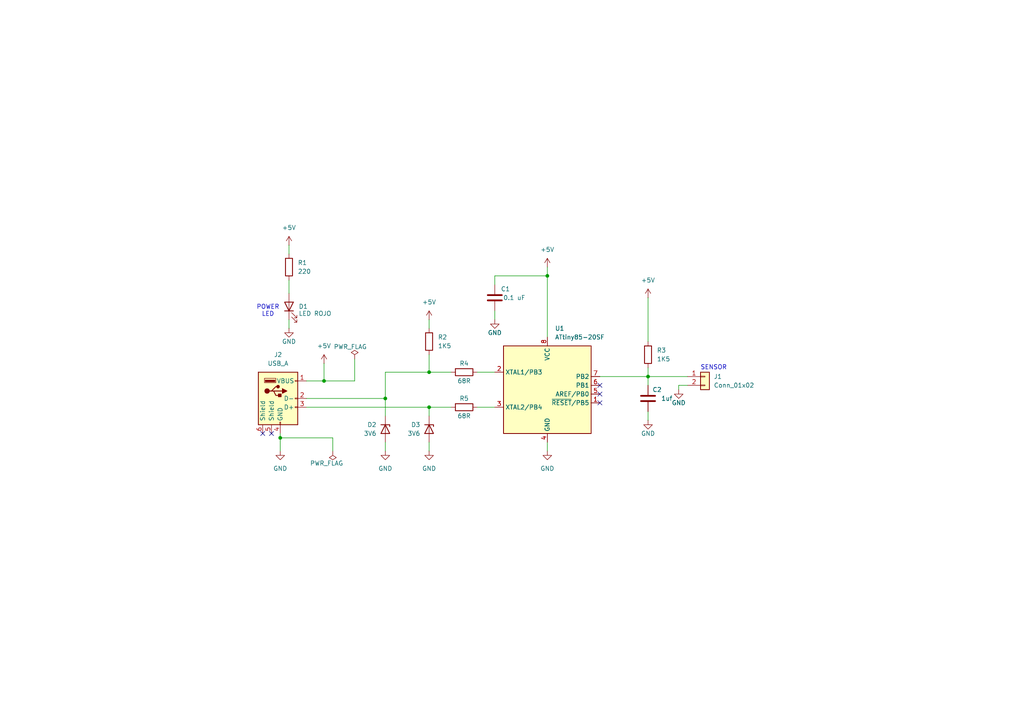
<source format=kicad_sch>
(kicad_sch (version 20231120) (generator "eeschema") (generator_version "8.0")
  (paper "A4")
  (title_block (title "TiniFlex - Lectura de sensor flex por USB con Attiny85") (date "2025-02-17") (rev "1.1") (company "Ejercicio Introductorio"))
  (lib_symbols
    (symbol "Connector_Generic:Conn_01x02" (pin_names (offset 1.016) hide)
      (property "Reference" "J" (at 0 2.54 0))
      (property "Value" "Conn_01x02" (at 0 -5.08 0))
      (symbol "Conn_01x02_1_1"
        (rectangle (start -1.27 -2.413) (end 0 -2.667) (stroke (width 0.1524)))
        (rectangle (start -1.27 0.127) (end 0 -0.127) (stroke (width 0.1524)))
        (rectangle (start -1.27 1.27) (end 1.27 -3.81) (stroke (width 0.254)) (fill (type background)))
        (pin passive line (at -5.08 0 0) (length 3.81) (name "Pin_1") (number "1"))
        (pin passive line (at -5.08 -2.54 0) (length 3.81) (name "Pin_2") (number "2"))
      )
    )
    (symbol "Device:C" (pin_numbers hide) (pin_names (offset 0.254))
      (property "Reference" "C" (at 0.635 2.54 0))
      (property "Value" "C" (at 0.635 -2.54 0))
      (symbol "C_0_1"
        (polyline (pts (xy -2.032 -0.762) (xy 2.032 -0.762)) (stroke (width 0.508)))
        (polyline (pts (xy -2.032 0.762) (xy 2.032 0.762)) (stroke (width 0.508)))
      )
      (symbol "C_1_1"
        (pin passive line (at 0 3.81 270) (length 2.794) (name "~") (number "1"))
        (pin passive line (at 0 -3.81 90) (length 2.794) (name "~") (number "2"))
      )
    )
    (symbol "Device:D_Zener" (pin_numbers hide) (pin_names (offset 1.016) hide)
      (property "Reference" "D" (at 0 2.54 0))
      (property "Value" "D_Zener" (at 0 -2.54 0))
      (symbol "D_Zener_0_1"
        (polyline (pts (xy 1.27 0) (xy -1.27 0)))
        (polyline (pts (xy -1.27 -1.27) (xy -1.27 1.27) (xy -0.762 1.27)) (stroke (width 0.254)))
        (polyline (pts (xy 1.27 -1.27) (xy 1.27 1.27) (xy -1.27 0) (xy 1.27 -1.27)) (stroke (width 0.254)))
      )
      (symbol "D_Zener_1_1"
        (pin passive line (at -3.81 0 0) (length 2.54) (name "K") (number "1"))
        (pin passive line (at 3.81 0 180) (length 2.54) (name "A") (number "2"))
      )
    )
    (symbol "Device:LED" (pin_numbers hide) (pin_names (offset 1.016) hide)
      (property "Reference" "D" (at 0 2.54 0))
      (property "Value" "LED" (at 0 -2.54 0))
      (symbol "LED_0_1"
        (polyline (pts (xy -1.27 -1.27) (xy -1.27 1.27)) (stroke (width 0.254)))
        (polyline (pts (xy -1.27 0) (xy 1.27 0)))
        (polyline (pts (xy 1.27 -1.27) (xy 1.27 1.27) (xy -1.27 0) (xy 1.27 -1.27)) (stroke (width 0.254)))
        (polyline (pts (xy -3.048 -0.762) (xy -4.572 -2.286) (xy -3.81 -2.286) (xy -4.572 -2.286) (xy -4.572 -1.524)))
        (polyline (pts (xy -1.778 -0.762) (xy -3.302 -2.286) (xy -2.54 -2.286) (xy -3.302 -2.286) (xy -3.302 -1.524)))
      )
      (symbol "LED_1_1"
        (pin passive line (at -3.81 0 0) (length 2.54) (name "K") (number "1"))
        (pin passive line (at 3.81 0 180) (length 2.54) (name "A") (number "2"))
      )
    )
    (symbol "Device:R" (pin_numbers hide) (pin_names (offset 0))
      (property "Reference" "R" (at 2.032 0 90))
      (property "Value" "R" (at 0 0 90))
      (symbol "R_0_1"
        (rectangle (start -1.016 -2.54) (end 1.016 2.54) (stroke (width 0.254)))
      )
      (symbol "R_1_1"
        (pin passive line (at 0 3.81 270) (length 1.27) (name "~") (number "1"))
        (pin passive line (at 0 -3.81 90) (length 1.27) (name "~") (number "2"))
      )
    )
    (symbol "TiniFlex:ATtiny85-20S_1"
      (property "Reference" "U1" (at 2.1941 17.78 0))
      (property "Value" "ATtiny85-20SF" (at 2.1941 15.24 0))
      (symbol "ATtiny85-20S_1_0_1"
        (rectangle (start -12.7 -12.7) (end 12.7 12.7) (stroke (width 0.254)) (fill (type background)))
      )
      (symbol "ATtiny85-20S_1_1_1"
        (pin bidirectional line (at 15.24 -3.81 180) (length 2.54) (name "~{RESET}/PB5") (number "1"))
        (pin bidirectional line (at -15.24 5.08 0) (length 2.54) (name "XTAL1/PB3") (number "2"))
        (pin bidirectional line (at -15.24 -5.08 0) (length 2.54) (name "XTAL2/PB4") (number "3"))
        (pin power_in line (at 0 -15.24 90) (length 2.54) (name "GND") (number "4"))
        (pin bidirectional line (at 15.24 -1.27 180) (length 2.54) (name "AREF/PB0") (number "5"))
        (pin bidirectional line (at 15.24 1.27 180) (length 2.54) (name "PB1") (number "6"))
        (pin bidirectional line (at 15.24 3.81 180) (length 2.54) (name "PB2") (number "7"))
        (pin power_in line (at 0 15.24 270) (length 2.54) (name "VCC") (number "8"))
      )
    )
    (symbol "TiniFlex:USB_A" (pin_names (offset 1.016))
      (property "Reference" "J3" (at 0 12.7 0))
      (property "Value" "USB_A" (at 0 10.16 0))
      (symbol "USB_A_0_1"
        (rectangle (start -6.35 7.62) (end 5.08 -7.62) (stroke (width 0.254)) (fill (type background)))
        (circle (center -3.81 2.159) (radius 0.635) (stroke (width 0.254)) (fill (type outline)))
        (rectangle (start -1.524 4.826) (end -4.318 5.334) (fill (type outline)))
        (rectangle (start -1.27 4.572) (end -4.572 5.842))
        (circle (center -0.635 3.429) (radius 0.381) (stroke (width 0.254)) (fill (type outline)))
        (rectangle (start -0.127 -7.62) (end 0.127 -6.858))
        (polyline (pts (xy -3.175 2.159) (xy -2.54 2.159) (xy -1.27 3.429) (xy -0.635 3.429)) (stroke (width 0.254)))
        (polyline (pts (xy -2.54 2.159) (xy -1.905 2.159) (xy -1.27 0.889) (xy 0 0.889)) (stroke (width 0.254)))
        (polyline (pts (xy 0.635 2.794) (xy 0.635 1.524) (xy 1.905 2.159) (xy 0.635 2.794)) (stroke (width 0.254)) (fill (type outline)))
        (rectangle (start 0.254 1.27) (end -0.508 0.508) (stroke (width 0.254)) (fill (type outline)))
        (rectangle (start 5.08 -2.667) (end 4.318 -2.413))
        (rectangle (start 5.08 -0.127) (end 4.318 0.127))
        (rectangle (start 5.08 4.953) (end 4.318 5.207))
      )
      (symbol "USB_A_1_1"
        (polyline (pts (xy -1.905 2.159) (xy 0.635 2.159)) (stroke (width 0.254)))
        (pin power_in line (at 7.62 5.08 180) (length 2.54) (name "VBUS") (number "1"))
        (pin bidirectional line (at 7.62 0 180) (length 2.54) (name "D-") (number "2"))
        (pin bidirectional line (at 7.62 -2.54 180) (length 2.54) (name "D+") (number "3"))
        (pin power_in line (at 0 -10.16 90) (length 2.54) (name "GND") (number "4"))
        (pin passive line (at -2.54 -10.16 90) (length 2.54) (name "Shield") (number "5"))
        (pin passive line (at -5.08 -10.16 90) (length 2.54) (name "Shield") (number "6"))
      )
    )
    (symbol "power:+5V" (power) (pin_numbers hide) (pin_names (offset 0) hide)
      (property "Value" "+5V" (at 0 3.556 0))
      (symbol "+5V_0_1"
        (polyline (pts (xy -0.762 1.27) (xy 0 2.54)))
        (polyline (pts (xy 0 0) (xy 0 2.54)))
        (polyline (pts (xy 0 2.54) (xy 0.762 1.27)))
      )
      (symbol "+5V_1_1"
        (pin power_in line (at 0 0 90) (length 0) (name "~") (number "1"))
      )
    )
    (symbol "power:GND" (power) (pin_numbers hide) (pin_names (offset 0) hide)
      (property "Value" "GND" (at 0 -3.81 0))
      (symbol "GND_0_1"
        (polyline (pts (xy 0 0) (xy 0 -1.27) (xy 1.27 -1.27) (xy 0 -2.54) (xy -1.27 -1.27) (xy 0 -1.27)))
      )
      (symbol "GND_1_1"
        (pin power_in line (at 0 0 270) (length 0) (name "~") (number "1"))
      )
    )
    (symbol "power:PWR_FLAG" (power) (pin_numbers hide) (pin_names (offset 0) hide)
      (property "Value" "PWR_FLAG" (at 0 3.81 0))
      (symbol "PWR_FLAG_0_0"
        (pin power_out line (at 0 0 90) (length 0) (name "~") (number "1"))
      )
      (symbol "PWR_FLAG_0_1"
        (polyline (pts (xy 0 0) (xy 0 1.27) (xy -1.016 1.905) (xy 0 2.54) (xy 1.016 1.905) (xy 0 1.27)))
      )
    )
  )
  (junction (at 93.98 110.49))
  (junction (at 111.76 115.57))
  (junction (at 187.96 109.22))
  (junction (at 81.28 127))
  (junction (at 158.75 80.01))
  (junction (at 124.46 107.95))
  (junction (at 124.46 118.11))
  (no_connect (at 78.74 125.73))
  (no_connect (at 76.2 125.73))
  (no_connect (at 173.99 114.3))
  (no_connect (at 173.99 111.76))
  (no_connect (at 173.99 116.84))
  (wire (pts (xy 88.9 118.11) (xy 124.46 118.11)))
  (wire (pts (xy 124.46 118.11) (xy 124.46 120.65)))
  (wire (pts (xy 88.9 115.57) (xy 111.76 115.57)))
  (wire (pts (xy 124.46 107.95) (xy 130.81 107.95)))
  (wire (pts (xy 111.76 107.95) (xy 124.46 107.95)))
  (wire (pts (xy 83.82 81.28) (xy 83.82 85.09)))
  (wire (pts (xy 81.28 127) (xy 81.28 130.81)))
  (wire (pts (xy 83.82 92.71) (xy 83.82 95.25)))
  (wire (pts (xy 187.96 119.38) (xy 187.96 121.92)))
  (wire (pts (xy 93.98 110.49) (xy 102.87 110.49)))
  (wire (pts (xy 187.96 111.76) (xy 187.96 109.22)))
  (wire (pts (xy 124.46 130.81) (xy 124.46 128.27)))
  (wire (pts (xy 143.51 80.01) (xy 143.51 82.55)))
  (wire (pts (xy 124.46 118.11) (xy 130.81 118.11)))
  (wire (pts (xy 158.75 128.27) (xy 158.75 130.81)))
  (wire (pts (xy 88.9 110.49) (xy 93.98 110.49)))
  (wire (pts (xy 124.46 102.87) (xy 124.46 107.95)))
  (wire (pts (xy 138.43 107.95) (xy 143.51 107.95)))
  (wire (pts (xy 102.87 110.49) (xy 102.87 104.14)))
  (wire (pts (xy 187.96 109.22) (xy 199.39 109.22)))
  (wire (pts (xy 173.99 109.22) (xy 187.96 109.22)))
  (wire (pts (xy 187.96 86.36) (xy 187.96 99.06)))
  (wire (pts (xy 111.76 128.27) (xy 111.76 130.81)))
  (wire (pts (xy 143.51 90.17) (xy 143.51 92.71)))
  (wire (pts (xy 111.76 115.57) (xy 111.76 120.65)))
  (wire (pts (xy 83.82 71.12) (xy 83.82 73.66)))
  (wire (pts (xy 199.39 111.76) (xy 196.85 111.76)))
  (wire (pts (xy 93.98 110.49) (xy 93.98 105.41)))
  (wire (pts (xy 96.52 127) (xy 96.52 130.81)))
  (wire (pts (xy 111.76 107.95) (xy 111.76 115.57)))
  (wire (pts (xy 143.51 80.01) (xy 158.75 80.01)))
  (wire (pts (xy 158.75 80.01) (xy 158.75 97.79)))
  (wire (pts (xy 81.28 125.73) (xy 81.28 127)))
  (wire (pts (xy 158.75 77.47) (xy 158.75 80.01)))
  (wire (pts (xy 196.85 111.76) (xy 196.85 113.03)))
  (wire (pts (xy 124.46 92.71) (xy 124.46 95.25)))
  (wire (pts (xy 187.96 106.68) (xy 187.96 109.22)))
  (wire (pts (xy 138.43 118.11) (xy 143.51 118.11)))
  (wire (pts (xy 81.28 127) (xy 96.52 127)))
  (text "SENSOR" (at 207.01 106.68 0) (effects (font (size 1.27 1.27))))
  (text "POWER\nLED" (at 77.724 90.17 0) (effects (font (size 1.27 1.27))))
  (symbol (lib_id "Device:R") (at 187.96 102.87 180) (unit 1)
    (property "Reference" "R3" (at 190.5 101.5999 0) (effects (justify right)))
    (property "Value" "1K5" (at 190.5 104.1399 0) (effects (justify right)))
    (property "Footprint" "Resistor_SMD:R_0805_2012Metric_Pad1.20x1.40mm_HandSolder" (effects (hide yes)))
    (property "Datasheet" "https://www.yageo.com/upload/media/product/products/datasheet/rchip/PYu-RC_Group_51_RoHS_L_12.pdf" (effects (hide yes)))
    (property "Description" "RES 1.5K OHM 5% 1/8W 0805" (effects (hide yes)))
    (property "Digikey#" "311-1.5KARDKR-ND" (effects (hide yes)))
    (property "Manf#" "RC0805JR-071K5L" (effects (hide yes)))
    (property "Manf-usado#" "RC0805J152" (effects (hide yes)))
  )
  (symbol (lib_id "power:GND") (at 158.75 130.81 0) (unit 1)
    (property "Reference" "#PWR013" (effects (hide yes)))
    (property "Value" "GND" (at 158.75 135.89 0))
    (property "Description" "Power symbol creates a global label with name \"GND\" , ground" (effects (hide yes)))
  )
  (symbol (lib_id "power:GND") (at 81.28 130.81 0) (unit 1)
    (property "Reference" "#PWR010" (effects (hide yes)))
    (property "Value" "GND" (at 81.28 135.89 0))
    (property "Description" "Power symbol creates a global label with name \"GND\" , ground" (effects (hide yes)))
  )
  (symbol (lib_id "Connector_Generic:Conn_01x02") (at 204.47 109.22 0) (unit 1)
    (property "Reference" "J1" (at 207.01 109.2199 0) (effects (justify left)))
    (property "Value" "Conn_01x02" (at 207.01 111.7599 0) (effects (justify left)))
    (property "Footprint" "Connector_PinSocket_2.54mm:PinSocket_1x02_P2.54mm_Horizontal" (effects (hide yes)))
    (property "Datasheet" "https://mm.digikey.com/Volume0/opasdata/d220001/medias/docus/937/Female_Headers.100_DS.pdf" (effects (hide yes)))
    (property "Description" "CONN HDR 2POS 0.1 TIN PCB R/A" (effects (hide yes)))
    (property "Digikey#" "S5438-ND" (effects (hide yes)))
    (property "Manf#" "PPTC021LGBN-RC" (effects (hide yes)))
  )
  (symbol (lib_id "Device:R") (at 134.62 107.95 90) (unit 1)
    (property "Reference" "R4" (at 134.62 105.41 90))
    (property "Value" "68R" (at 134.62 110.49 90))
    (property "Footprint" "Resistor_SMD:R_0805_2012Metric_Pad1.20x1.40mm_HandSolder" (effects (hide yes)))
    (property "Datasheet" "https://www.vishay.com/docs/20035/dcrcwe3.pdf" (effects (hide yes)))
    (property "Description" "RES SMD 66.5 OHM 1% 1/8W 0805" (effects (hide yes)))
    (property "Digikey#" "541-66.5CDKR-ND" (effects (hide yes)))
    (property "Manf#" "CRCW080566R5FKEA" (effects (hide yes)))
    (property "Manf-usado#" "RC0805J680" (effects (hide yes)))
  )
  (symbol (lib_id "Device:D_Zener") (at 124.46 124.46 270) (unit 1)
    (property "Reference" "D3" (at 121.92 123.1899 90) (effects (justify right)))
    (property "Value" "3V6" (at 121.92 125.7299 90) (effects (justify right)))
    (property "Footprint" "Diode_SMD:D_SOD-123" (effects (hide yes)))
    (property "Datasheet" "https://www.onsemi.com/pdf/datasheet/mmsz4678t1-d.pdf" (effects (hide yes)))
    (property "Description" "DIODE ZENER 3.6V 500MW SOD123" (effects (hide yes)))
    (property "Digikey#" "MMSZ4685T1GOSDKR-ND" (effects (hide yes)))
    (property "Manf#" "MMSZ4685T1G" (effects (hide yes)))
    (property "Datasheet_usado" "https://www.elemon.com.ar/images/productos/hojas-de-datos/diodos/zener-smd/mmsz52xx-xuyang.pdf" (effects (hide yes)))
    (property "Manf-usado#" "MMSZ5227B" (effects (hide yes)))
  )
  (symbol (lib_id "TiniFlex:ATtiny85-20S_1") (at 158.75 113.03 0) (unit 1)
    (property "Reference" "U1" (at 160.9441 95.25 0) (effects (justify left)))
    (property "Value" "ATtiny85-20SF" (at 160.9441 97.79 0) (effects (justify left)))
    (property "Footprint" "Package_SO:SOIC-8W_5.3x5.3mm_P1.27mm" (effects (hide yes)))
    (property "Datasheet" "https://ww1.microchip.com/downloads/en/DeviceDoc/Atmel-2586-AVR-8-bit-Microcontroller-ATtiny25-ATtiny45-ATtiny85_Datasheet-Summary.pdf" (effects (hide yes)))
    (property "Description" "MCU de 8 Bits, AVR ATtiny Family ATtiny85 Series Microcontrollers, AVR, 20 MHz, 8 KB, 8 Pines" (effects (hide yes)))
    (property "Digikey#" "ATTINY85-20SF-ND" (effects (hide yes)))
    (property "Farnell#" "2774978" (effects (hide yes)))
    (property "Manf#" "ATTINY85-20SF" (effects (hide yes)))
  )
  (symbol (lib_id "power:GND") (at 83.82 95.25 0) (unit 1)
    (property "Reference" "#PWR03" (effects (hide yes)))
    (property "Value" "GND" (at 83.82 99.06 0))
    (property "Description" "Power symbol creates a global label with name \"GND\" , ground" (effects (hide yes)))
  )
  (symbol (lib_id "power:GND") (at 187.96 121.92 0) (unit 1)
    (property "Reference" "#PWR09" (effects (hide yes)))
    (property "Value" "GND" (at 187.96 125.73 0))
    (property "Description" "Power symbol creates a global label with name \"GND\" , ground" (effects (hide yes)))
  )
  (symbol (lib_id "Device:R") (at 83.82 77.47 180) (unit 1)
    (property "Reference" "R1" (at 86.36 76.1999 0) (effects (justify right)))
    (property "Value" "220" (at 86.36 78.7399 0) (effects (justify right)))
    (property "Footprint" "Resistor_SMD:R_0805_2012Metric_Pad1.20x1.40mm_HandSolder" (effects (hide yes)))
    (property "Datasheet" "https://www.yageo.com/upload/media/product/products/datasheet/rchip/PYu-RC_Group_51_RoHS_L_12.pdf" (effects (hide yes)))
    (property "Description" "RES 220 OHM 5% 1/8W 0805" (effects (hide yes)))
    (property "Digikey#" "311-220ARDKR-ND" (effects (hide yes)))
    (property "Manf#" "RC0805JR-07220RL" (effects (hide yes)))
    (property "Manf-usado#" "RC0805J221" (effects (hide yes)))
  )
  (symbol (lib_id "Device:D_Zener") (at 111.76 124.46 270) (unit 1)
    (property "Reference" "D2" (at 109.22 123.1899 90) (effects (justify right)))
    (property "Value" "3V6" (at 109.22 125.7299 90) (effects (justify right)))
    (property "Footprint" "Diode_SMD:D_SOD-123" (effects (hide yes)))
    (property "Datasheet" "https://www.onsemi.com/pdf/datasheet/mmsz4678t1-d.pdf" (effects (hide yes)))
    (property "Description" "DIODE ZENER 3.6V 500MW SOD123" (effects (hide yes)))
    (property "Digikey#" "MMSZ4685T1GOSDKR-ND" (effects (hide yes)))
    (property "Manf#" "MMSZ4685T1G" (effects (hide yes)))
    (property "Datasheet_usado" "https://www.elemon.com.ar/images/productos/hojas-de-datos/diodos/zener-smd/mmsz52xx-xuyang.pdf" (effects (hide yes)))
    (property "Manf-usado#" "MMSZ5227B" (effects (hide yes)))
  )
  (symbol (lib_id "Device:LED") (at 83.82 88.9 90) (unit 1)
    (property "Reference" "D1" (at 86.614 88.9 90) (effects (justify right)))
    (property "Value" "LED ROJO" (at 86.614 90.932 90) (effects (justify right)))
    (property "Footprint" "LED_SMD:LED_0805_2012Metric_Pad1.15x1.40mm_HandSolder" (effects (hide yes)))
    (property "Datasheet" "https://www.we-online.com/components/products/datasheet/150080SS75000.pdf" (effects (hide yes)))
    (property "Description" "LED RED CLEAR 0805 SMD" (effects (hide yes)))
    (property "Digikey#" "732-4985-6-ND" (effects (hide yes)))
    (property "Manf#" "150080SS75000" (effects (hide yes)))
    (property "Datasheet_usado" "https://optoelectronics.liteon.com/upload/download/DS22-2000-109/LTST-C171KRKT.PDF" (effects (hide yes)))
    (property "Manf-usado#" "LTST-C171KRKT" (effects (hide yes)))
    (property "DigiKey_usado#" "160-1427-6-ND" (effects (hide yes)))
  )
  (symbol (lib_id "Device:R") (at 134.62 118.11 90) (unit 1)
    (property "Reference" "R5" (at 134.62 115.57 90))
    (property "Value" "68R" (at 134.62 120.65 90))
    (property "Footprint" "Resistor_SMD:R_0805_2012Metric_Pad1.20x1.40mm_HandSolder" (effects (hide yes)))
    (property "Datasheet" "https://www.vishay.com/docs/20035/dcrcwe3.pdf" (effects (hide yes)))
    (property "Description" "RES SMD 66.5 OHM 1% 1/8W 0805" (effects (hide yes)))
    (property "Digikey#" "541-66.5CDKR-ND" (effects (hide yes)))
    (property "Manf#" "CRCW080566R5FKEA" (effects (hide yes)))
    (property "Manf-usado#" "RC0805J680" (effects (hide yes)))
  )
  (symbol (lib_id "power:+5V") (at 124.46 92.71 0) (unit 1)
    (property "Reference" "#PWR05" (effects (hide yes)))
    (property "Value" "+5V" (at 124.46 87.63 0))
    (property "Description" "Power symbol creates a global label with name \"+5V\"" (effects (hide yes)))
  )
  (symbol (lib_id "Device:C") (at 143.51 86.36 0) (unit 1)
    (property "Reference" "C1" (at 147.955 83.82 0) (effects (justify right)))
    (property "Value" "0.1 uF" (at 152.4 86.36 0) (effects (justify right)))
    (property "Footprint" "Capacitor_SMD:C_0805_2012Metric_Pad1.18x1.45mm_HandSolder" (effects (hide yes)))
    (property "Datasheet" "https://content.kemet.com/datasheets/KEM_C1002_X7R_SMD.pdf" (effects (hide yes)))
    (property "Description" "CAP CER 0.1UF 50V X7R 0805" (effects (hide yes)))
    (property "Digikey#" "399-C0805C104K5RACTUDKR-ND" (effects (hide yes)))
    (property "Manf#" "C0805C104K5RACTU" (effects (hide yes)))
  )
  (symbol (lib_id "power:+5V") (at 93.98 105.41 0) (unit 1)
    (property "Reference" "#PWR07" (effects (hide yes)))
    (property "Value" "+5V" (at 93.98 100.33 0))
    (property "Description" "Power symbol creates a global label with name \"+5V\"" (effects (hide yes)))
  )
  (symbol (lib_id "Device:C") (at 187.96 115.57 0) (unit 1)
    (property "Reference" "C2" (at 189.23 113.03 0) (effects (justify left)))
    (property "Value" "1uf" (at 191.77 115.57 0) (effects (justify left)))
    (property "Footprint" "Capacitor_SMD:C_0805_2012Metric_Pad1.18x1.45mm_HandSolder" (effects (hide yes)))
    (property "Datasheet" "https://search.murata.co.jp/Ceramy/image/img/A01X/G101/ENG/GRM219R7YA105MA12-01.pdf" (effects (hide yes)))
    (property "Description" "CAP CER 1UF 35V X7R 0805" (effects (hide yes)))
    (property "Digikey#" "490-10495-6-ND" (effects (hide yes)))
    (property "Manf#" "GRM219R7YA105MA12D" (effects (hide yes)))
    (property "Manf-usado#" "MC0805F105Z500CT" (effects (hide yes)))
  )
  (symbol (lib_id "power:GND") (at 143.51 92.71 0) (unit 1)
    (property "Reference" "#PWR06" (effects (hide yes)))
    (property "Value" "GND" (at 143.51 96.52 0))
    (property "Description" "Power symbol creates a global label with name \"GND\" , ground" (effects (hide yes)))
  )
  (symbol (lib_id "power:PWR_FLAG") (at 102.87 104.14 0) (unit 1)
    (property "Reference" "#FLG01" (effects (hide yes)))
    (property "Value" "PWR_FLAG" (at 101.6 100.584 0))
    (property "Description" "Special symbol for telling ERC where power comes from" (effects (hide yes)))
  )
  (symbol (lib_id "power:GND") (at 196.85 113.03 0) (unit 1)
    (property "Reference" "#PWR08" (effects (hide yes)))
    (property "Value" "GND" (at 196.85 116.84 0))
    (property "Description" "Power symbol creates a global label with name \"GND\" , ground" (effects (hide yes)))
  )
  (symbol (lib_id "power:GND") (at 124.46 130.81 0) (unit 1)
    (property "Reference" "#PWR012" (effects (hide yes)))
    (property "Value" "GND" (at 124.46 135.89 0))
    (property "Description" "Power symbol creates a global label with name \"GND\" , ground" (effects (hide yes)))
  )
  (symbol (lib_id "TiniFlex:USB_A") (at 81.28 115.57 0) (unit 1)
    (property "Reference" "J2" (at 80.645 102.87 0))
    (property "Value" "USB_A" (at 80.645 105.41 0))
    (property "Footprint" "Connector_USB:USB_A_CNCTech_1001-011-01101_Horizontal" (effects (hide yes)))
    (property "Datasheet" "https://app.adam-tech.com/products/download/data_sheet/195859/usb-ap-s-ra-smt-data-sheet.pdf" (effects (hide yes)))
    (property "Description" "USB TYPE A PLUG SINGLE R/A PCB" (effects (hide yes)))
    (property "Digikey#" "2057-USB-AP-S-RA-ND" (effects (hide yes)))
    (property "Manf#" "USB-AP-S-RA" (effects (hide yes)))
    (property "Datasheet-usado" "https://www.elemon.com.ar/images/productos/hojas-de-datos/conectores/usb/usb1x04-1.pdf" (effects (hide yes)))
    (property "Manf-usado#" "5616-3041" (effects (hide yes)))
  )
  (symbol (lib_id "Device:R") (at 124.46 99.06 0) (unit 1)
    (property "Reference" "R2" (at 127 97.7899 0) (effects (justify left)))
    (property "Value" "1K5" (at 127 100.3299 0) (effects (justify left)))
    (property "Footprint" "Resistor_SMD:R_0805_2012Metric_Pad1.20x1.40mm_HandSolder" (effects (hide yes)))
    (property "Datasheet" "https://www.yageo.com/upload/media/product/products/datasheet/rchip/PYu-RC_Group_51_RoHS_L_12.pdf" (effects (hide yes)))
    (property "Description" "RES 1.5K OHM 5% 1/8W 0805" (effects (hide yes)))
    (property "Digikey#" "311-1.5KARDKR-ND" (effects (hide yes)))
    (property "Manf#" "RC0805JR-071K5L" (effects (hide yes)))
    (property "Manf-usado#" "RC0805J152" (effects (hide yes)))
  )
  (symbol (lib_id "power:GND") (at 111.76 130.81 0) (unit 1)
    (property "Reference" "#PWR011" (effects (hide yes)))
    (property "Value" "GND" (at 111.76 135.89 0))
    (property "Description" "Power symbol creates a global label with name \"GND\" , ground" (effects (hide yes)))
  )
  (symbol (lib_id "power:+5V") (at 83.82 71.12 0) (unit 1)
    (property "Reference" "#PWR01" (effects (hide yes)))
    (property "Value" "+5V" (at 83.82 66.04 0))
    (property "Description" "Power symbol creates a global label with name \"+5V\"" (effects (hide yes)))
  )
  (symbol (lib_id "power:+5V") (at 187.96 86.36 0) (unit 1)
    (property "Reference" "#PWR04" (effects (hide yes)))
    (property "Value" "+5V" (at 187.96 81.28 0))
    (property "Description" "Power symbol creates a global label with name \"+5V\"" (effects (hide yes)))
  )
  (symbol (lib_id "power:+5V") (at 158.75 77.47 0) (unit 1)
    (property "Reference" "#PWR02" (effects (hide yes)))
    (property "Value" "+5V" (at 158.75 72.39 0))
    (property "Description" "Power symbol creates a global label with name \"+5V\"" (effects (hide yes)))
  )
  (symbol (lib_id "power:PWR_FLAG") (at 96.52 130.81 180) (unit 1)
    (property "Reference" "#FLG02" (effects (hide yes)))
    (property "Value" "PWR_FLAG" (at 94.742 134.366 0))
    (property "Description" "Special symbol for telling ERC where power comes from" (effects (hide yes)))
  )
)
</source>
